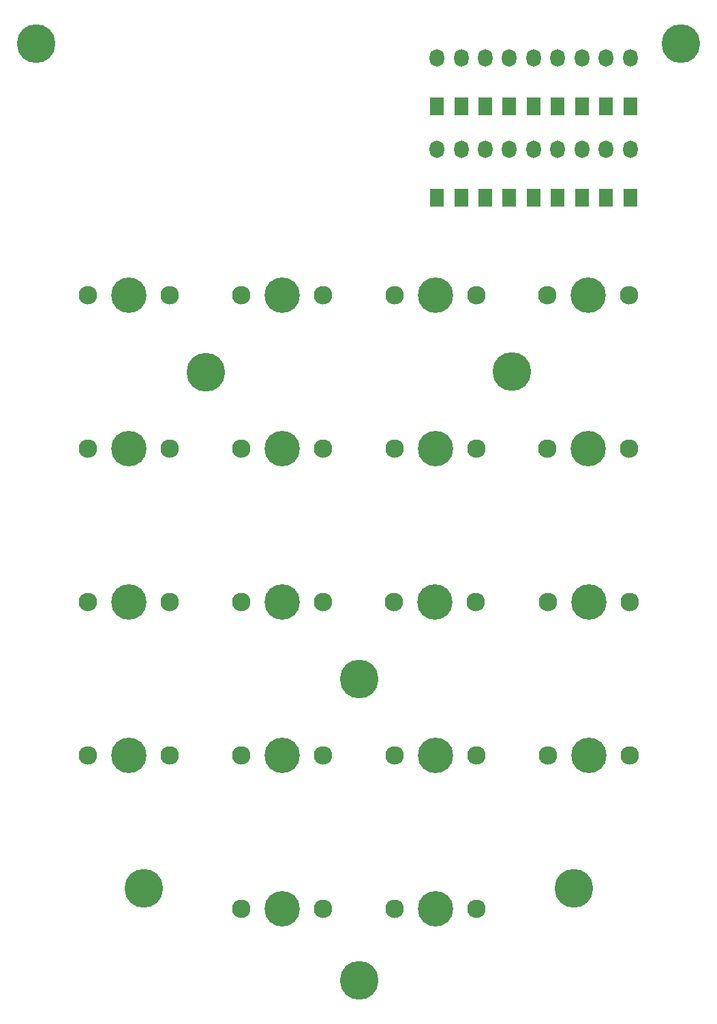
<source format=gts>
G04 #@! TF.GenerationSoftware,KiCad,Pcbnew,(5.1.4)-1*
G04 #@! TF.CreationDate,2022-04-16T10:18:07+02:00*
G04 #@! TF.ProjectId,cici,63696369-2e6b-4696-9361-645f70636258,rev?*
G04 #@! TF.SameCoordinates,Original*
G04 #@! TF.FileFunction,Soldermask,Top*
G04 #@! TF.FilePolarity,Negative*
%FSLAX46Y46*%
G04 Gerber Fmt 4.6, Leading zero omitted, Abs format (unit mm)*
G04 Created by KiCad (PCBNEW (5.1.4)-1) date 2022-04-16 10:18:07*
%MOMM*%
%LPD*%
G04 APERTURE LIST*
%ADD10O,1.797000X2.178000*%
%ADD11R,1.797000X2.178000*%
%ADD12C,4.800000*%
%ADD13C,4.400000*%
%ADD14C,2.300000*%
G04 APERTURE END LIST*
D10*
X106825000Y-31850000D03*
D11*
X106825000Y-37850000D03*
D12*
X94130000Y-146390000D03*
X134140000Y-30050000D03*
X54060000Y-30050000D03*
X120850000Y-135000000D03*
X67410000Y-135000000D03*
X94130000Y-108950000D03*
X113080000Y-70830000D03*
X75140000Y-70840000D03*
D13*
X103650000Y-137500000D03*
D14*
X98570000Y-137500000D03*
X108730000Y-137500000D03*
D13*
X84600000Y-137500000D03*
D14*
X79520000Y-137500000D03*
X89680000Y-137500000D03*
D13*
X122725000Y-118475000D03*
D14*
X117645000Y-118475000D03*
X127805000Y-118475000D03*
D13*
X103630000Y-118470000D03*
D14*
X98550000Y-118470000D03*
X108710000Y-118470000D03*
D13*
X84580000Y-118450000D03*
D14*
X79500000Y-118450000D03*
X89660000Y-118450000D03*
D13*
X65525000Y-118450000D03*
D14*
X60445000Y-118450000D03*
X70605000Y-118450000D03*
D13*
X122725000Y-99425000D03*
D14*
X117645000Y-99425000D03*
X127805000Y-99425000D03*
D13*
X103575000Y-99425000D03*
D14*
X98495000Y-99425000D03*
X108655000Y-99425000D03*
D13*
X84560000Y-99400000D03*
D14*
X79480000Y-99400000D03*
X89640000Y-99400000D03*
D13*
X65530000Y-99400000D03*
D14*
X60450000Y-99400000D03*
X70610000Y-99400000D03*
D13*
X122625000Y-80350000D03*
D14*
X117545000Y-80350000D03*
X127705000Y-80350000D03*
D13*
X103600000Y-80369000D03*
D14*
X98520000Y-80369000D03*
X108680000Y-80369000D03*
D13*
X84550000Y-80370000D03*
D14*
X79470000Y-80370000D03*
X89630000Y-80370000D03*
D13*
X65525000Y-80370000D03*
D14*
X60445000Y-80370000D03*
X70605000Y-80370000D03*
D13*
X122600000Y-61280000D03*
D14*
X117520000Y-61280000D03*
X127680000Y-61280000D03*
D13*
X103600000Y-61325000D03*
D14*
X98520000Y-61325000D03*
X108680000Y-61325000D03*
D13*
X84550000Y-61325000D03*
D14*
X79470000Y-61325000D03*
X89630000Y-61325000D03*
D13*
X65525000Y-61325000D03*
D14*
X60445000Y-61325000D03*
X70605000Y-61325000D03*
D10*
X109825000Y-43200000D03*
D11*
X109825000Y-49200000D03*
D10*
X127825000Y-43200000D03*
D11*
X127825000Y-49200000D03*
D10*
X124825000Y-43200000D03*
D11*
X124825000Y-49200000D03*
D10*
X121825000Y-43200000D03*
D11*
X121825000Y-49200000D03*
D10*
X118825000Y-43200000D03*
D11*
X118825000Y-49200000D03*
D10*
X115825000Y-43200000D03*
D11*
X115825000Y-49200000D03*
D10*
X112825000Y-43200000D03*
D11*
X112825000Y-49200000D03*
D10*
X106825000Y-43200000D03*
D11*
X106825000Y-49200000D03*
D10*
X103825000Y-43200000D03*
D11*
X103825000Y-49200000D03*
D10*
X127825000Y-31850000D03*
D11*
X127825000Y-37850000D03*
D10*
X124825000Y-31850000D03*
D11*
X124825000Y-37850000D03*
D10*
X121825000Y-31850000D03*
D11*
X121825000Y-37850000D03*
D10*
X118825000Y-31850000D03*
D11*
X118825000Y-37850000D03*
D10*
X115825000Y-31850000D03*
D11*
X115825000Y-37850000D03*
D10*
X112825000Y-31850000D03*
D11*
X112825000Y-37850000D03*
D10*
X109825000Y-31850000D03*
D11*
X109825000Y-37850000D03*
D10*
X103825000Y-31850000D03*
D11*
X103825000Y-37850000D03*
M02*

</source>
